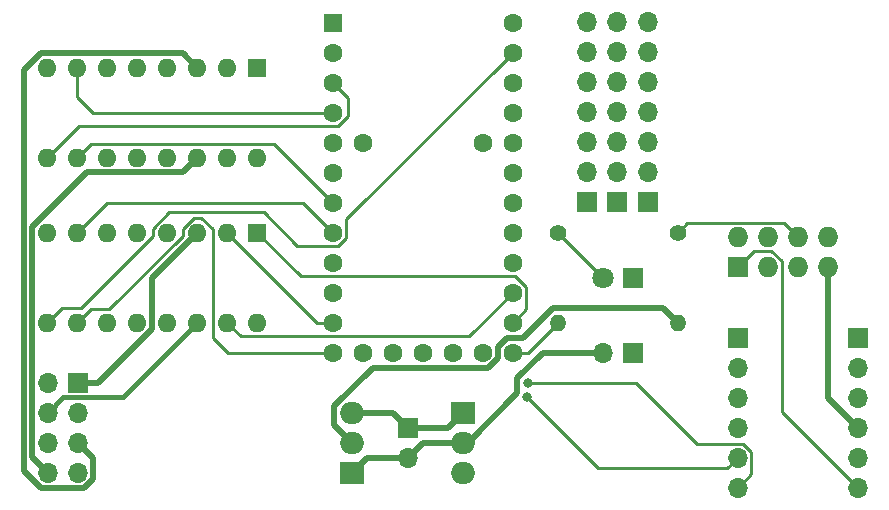
<source format=gbr>
%TF.GenerationSoftware,KiCad,Pcbnew,(6.0.4)*%
%TF.CreationDate,2022-09-19T19:44:15-05:00*%
%TF.ProjectId,WaterGame,57617465-7247-4616-9d65-2e6b69636164,rev?*%
%TF.SameCoordinates,PX49e1930PY59a0560*%
%TF.FileFunction,Copper,L2,Bot*%
%TF.FilePolarity,Positive*%
%FSLAX46Y46*%
G04 Gerber Fmt 4.6, Leading zero omitted, Abs format (unit mm)*
G04 Created by KiCad (PCBNEW (6.0.4)) date 2022-09-19 19:44:15*
%MOMM*%
%LPD*%
G01*
G04 APERTURE LIST*
%TA.AperFunction,ComponentPad*%
%ADD10C,1.400000*%
%TD*%
%TA.AperFunction,ComponentPad*%
%ADD11O,1.400000X1.400000*%
%TD*%
%TA.AperFunction,ComponentPad*%
%ADD12R,1.800000X1.800000*%
%TD*%
%TA.AperFunction,ComponentPad*%
%ADD13C,1.800000*%
%TD*%
%TA.AperFunction,ComponentPad*%
%ADD14R,1.700000X1.700000*%
%TD*%
%TA.AperFunction,ComponentPad*%
%ADD15O,1.700000X1.700000*%
%TD*%
%TA.AperFunction,ComponentPad*%
%ADD16R,1.600000X1.600000*%
%TD*%
%TA.AperFunction,ComponentPad*%
%ADD17O,1.600000X1.600000*%
%TD*%
%TA.AperFunction,ComponentPad*%
%ADD18R,1.727200X1.727200*%
%TD*%
%TA.AperFunction,ComponentPad*%
%ADD19O,1.727200X1.727200*%
%TD*%
%TA.AperFunction,ComponentPad*%
%ADD20C,1.600000*%
%TD*%
%TA.AperFunction,ComponentPad*%
%ADD21R,2.000000X1.905000*%
%TD*%
%TA.AperFunction,ComponentPad*%
%ADD22O,2.000000X1.905000*%
%TD*%
%TA.AperFunction,ViaPad*%
%ADD23C,0.800000*%
%TD*%
%TA.AperFunction,Conductor*%
%ADD24C,0.250000*%
%TD*%
%TA.AperFunction,Conductor*%
%ADD25C,0.500000*%
%TD*%
%TA.AperFunction,Conductor*%
%ADD26C,0.400000*%
%TD*%
G04 APERTURE END LIST*
D10*
%TO.P,R2,1*%
%TO.N,Net-(R2-Pad1)*%
X46990000Y25400000D03*
D11*
%TO.P,R2,2*%
%TO.N,Net-(U3-Pad18)*%
X46990000Y17780000D03*
%TD*%
D12*
%TO.P,D1,1,K*%
%TO.N,Net-(J1C1-Pad7)*%
X53340000Y21590000D03*
D13*
%TO.P,D1,2,A*%
%TO.N,Net-(R2-Pad1)*%
X50800000Y21590000D03*
%TD*%
D14*
%TO.P,J4,1,Pin_1*%
%TO.N,Net-(J4-Pad1)*%
X53340000Y15240000D03*
D15*
%TO.P,J4,2,Pin_2*%
%TO.N,Net-(J1C1-Pad7)*%
X50800000Y15240000D03*
%TD*%
D14*
%TO.P,J1B1,1,Pin_1*%
%TO.N,Net-(J1B1-Pad1)*%
X52045000Y27960000D03*
D15*
%TO.P,J1B1,2,Pin_2*%
X52045000Y30500000D03*
%TO.P,J1B1,3,Pin_3*%
X52045000Y33040000D03*
%TO.P,J1B1,4,Pin_4*%
X52045000Y35580000D03*
%TO.P,J1B1,5,Pin_5*%
X52045000Y38120000D03*
%TO.P,J1B1,6,Pin_6*%
X52045000Y40660000D03*
%TO.P,J1B1,7,Pin_7*%
X52045000Y43200000D03*
%TD*%
D14*
%TO.P,J3,1,Pin_1*%
%TO.N,Net-(J3-Pad1)*%
X34290000Y8890000D03*
D15*
%TO.P,J3,2,Pin_2*%
%TO.N,Net-(J1C1-Pad7)*%
X34290000Y6350000D03*
%TD*%
D14*
%TO.P,J2,1,Pin_1*%
%TO.N,Net-(U6-Pad3)*%
X6370000Y12700000D03*
D15*
%TO.P,J2,2,Pin_2*%
%TO.N,Net-(U6-Pad6)*%
X3830000Y12700000D03*
%TO.P,J2,3,Pin_3*%
%TO.N,Net-(U6-Pad11)*%
X6370000Y10160000D03*
%TO.P,J2,4,Pin_4*%
%TO.N,Net-(U6-Pad14)*%
X3830000Y10160000D03*
%TO.P,J2,5,Pin_5*%
%TO.N,Net-(J2-Pad5)*%
X6370000Y7620000D03*
%TO.P,J2,6,Pin_6*%
%TO.N,Net-(U5-Pad6)*%
X3830000Y7620000D03*
%TO.P,J2,7,Pin_7*%
%TO.N,Net-(J2-Pad7)*%
X6370000Y5080000D03*
%TO.P,J2,8,Pin_8*%
%TO.N,Net-(J2-Pad8)*%
X3830000Y5080000D03*
%TD*%
D14*
%TO.P,J5A2,1,Pin_1*%
%TO.N,unconnected-(J5A2-Pad1)*%
X72415000Y16485000D03*
D15*
%TO.P,J5A2,2,Pin_2*%
%TO.N,unconnected-(J5A2-Pad2)*%
X72415000Y13945000D03*
%TO.P,J5A2,3,Pin_3*%
%TO.N,Net-(J1C1-Pad7)*%
X72415000Y11405000D03*
%TO.P,J5A2,4,Pin_4*%
%TO.N,Net-(J5A2-Pad4)*%
X72415000Y8865000D03*
%TO.P,J5A2,5,Pin_5*%
%TO.N,Net-(J5A2-Pad5)*%
X72415000Y6325000D03*
%TO.P,J5A2,6,Pin_6*%
%TO.N,Net-(J5A2-Pad6)*%
X72415000Y3785000D03*
%TD*%
D14*
%TO.P,J1C1,1,Pin_1*%
%TO.N,Net-(J1C1-Pad7)*%
X54610000Y27960000D03*
D15*
%TO.P,J1C1,2,Pin_2*%
X54610000Y30500000D03*
%TO.P,J1C1,3,Pin_3*%
X54610000Y33040000D03*
%TO.P,J1C1,4,Pin_4*%
X54610000Y35580000D03*
%TO.P,J1C1,5,Pin_5*%
X54610000Y38120000D03*
%TO.P,J1C1,6,Pin_6*%
X54610000Y40660000D03*
%TO.P,J1C1,7,Pin_7*%
X54610000Y43200000D03*
%TD*%
D14*
%TO.P,J5A1,1,Pin_1*%
%TO.N,unconnected-(J5A1-Pad1)*%
X62230000Y16510000D03*
D15*
%TO.P,J5A1,2,Pin_2*%
%TO.N,unconnected-(J5A1-Pad2)*%
X62230000Y13970000D03*
%TO.P,J5A1,3,Pin_3*%
%TO.N,Net-(J1C1-Pad7)*%
X62230000Y11430000D03*
%TO.P,J5A1,4,Pin_4*%
%TO.N,Net-(J1B1-Pad1)*%
X62230000Y8890000D03*
%TO.P,J5A1,5,Pin_5*%
%TO.N,Net-(J5A1-Pad5)*%
X62230000Y6350000D03*
%TO.P,J5A1,6,Pin_6*%
%TO.N,Net-(J5A1-Pad6)*%
X62230000Y3810000D03*
%TD*%
D10*
%TO.P,R1,1*%
%TO.N,Net-(J4-Pad1)*%
X57150000Y25400000D03*
D11*
%TO.P,R1,2*%
%TO.N,Net-(J5A2-Pad4)*%
X57150000Y17780000D03*
%TD*%
D15*
%TO.P,J1A1,7,Pin_7*%
%TO.N,Net-(J1A1-Pad7)*%
X49505000Y43200000D03*
%TO.P,J1A1,6,Pin_6*%
%TO.N,Net-(J1A1-Pad6)*%
X49505000Y40660000D03*
%TO.P,J1A1,5,Pin_5*%
%TO.N,Net-(J1A1-Pad5)*%
X49505000Y38120000D03*
%TO.P,J1A1,4,Pin_4*%
%TO.N,Net-(J1A1-Pad4)*%
X49505000Y35580000D03*
%TO.P,J1A1,3,Pin_3*%
%TO.N,Net-(J1A1-Pad3)*%
X49505000Y33040000D03*
%TO.P,J1A1,2,Pin_2*%
%TO.N,Net-(J1A1-Pad2)*%
X49505000Y30500000D03*
D14*
%TO.P,J1A1,1,Pin_1*%
%TO.N,Net-(J1A1-Pad1)*%
X49505000Y27960000D03*
%TD*%
D16*
%TO.P,U5,1,EN1\u002C2*%
%TO.N,Net-(U3-Pad2)*%
X21575000Y39360000D03*
D17*
%TO.P,U5,2,1A*%
%TO.N,Net-(U3-Pad6)*%
X19035000Y39360000D03*
%TO.P,U5,3,1Y*%
%TO.N,Net-(J2-Pad5)*%
X16495000Y39360000D03*
%TO.P,U5,4,GND*%
%TO.N,Net-(J1C1-Pad7)*%
X13955000Y39360000D03*
%TO.P,U5,5,GND*%
X11415000Y39360000D03*
%TO.P,U5,6,2Y*%
%TO.N,Net-(U5-Pad6)*%
X8875000Y39360000D03*
%TO.P,U5,7,2A*%
%TO.N,Net-(U3-Pad4)*%
X6335000Y39360000D03*
%TO.P,U5,8,VCC2*%
%TO.N,Net-(J3-Pad1)*%
X3795000Y39360000D03*
%TO.P,U5,9,EN3\u002C4*%
%TO.N,Net-(U3-Pad3)*%
X3795000Y31740000D03*
%TO.P,U5,10,3A*%
%TO.N,Net-(U3-Pad7)*%
X6335000Y31740000D03*
%TO.P,U5,11,3Y*%
%TO.N,Net-(J2-Pad7)*%
X8875000Y31740000D03*
%TO.P,U5,12,GND*%
%TO.N,Net-(J1C1-Pad7)*%
X11415000Y31740000D03*
%TO.P,U5,13,GND*%
X13955000Y31740000D03*
%TO.P,U5,14,4Y*%
%TO.N,Net-(J2-Pad8)*%
X16495000Y31740000D03*
%TO.P,U5,15,4A*%
%TO.N,Net-(U3-Pad5)*%
X19035000Y31740000D03*
%TO.P,U5,16,VCC1*%
%TO.N,Net-(J1B1-Pad1)*%
X21575000Y31740000D03*
%TD*%
D18*
%TO.P,U4,1,UTXD*%
%TO.N,Net-(J5A2-Pad6)*%
X62240000Y22479000D03*
D19*
%TO.P,U4,2,GND*%
%TO.N,Net-(J1C1-Pad7)*%
X62240000Y25019000D03*
%TO.P,U4,3,CH_PD*%
%TO.N,Net-(J5A2-Pad4)*%
X64780000Y22479000D03*
%TO.P,U4,4,GPIO2*%
%TO.N,unconnected-(U4-Pad4)*%
X64780000Y25019000D03*
%TO.P,U4,5,RST*%
%TO.N,Net-(J5A2-Pad4)*%
X67320000Y22479000D03*
%TO.P,U4,6,GPIO0*%
%TO.N,Net-(J4-Pad1)*%
X67320000Y25019000D03*
%TO.P,U4,7,VCC*%
%TO.N,Net-(J5A2-Pad4)*%
X69860000Y22479000D03*
%TO.P,U4,8,URXD*%
%TO.N,Net-(J5A2-Pad5)*%
X69860000Y25019000D03*
%TD*%
D16*
%TO.P,U3,1,GND*%
%TO.N,Net-(J1C1-Pad7)*%
X27940000Y43180000D03*
D20*
%TO.P,U3,2,0*%
%TO.N,Net-(U3-Pad2)*%
X27940000Y40640000D03*
%TO.P,U3,3,1*%
%TO.N,Net-(U3-Pad3)*%
X27940000Y38100000D03*
%TO.P,U3,4,2*%
%TO.N,Net-(U3-Pad4)*%
X27940000Y35560000D03*
%TO.P,U3,5,3*%
%TO.N,Net-(U3-Pad5)*%
X27940000Y33020000D03*
%TO.P,U3,6,4_PWM*%
%TO.N,Net-(U3-Pad6)*%
X27940000Y30480000D03*
%TO.P,U3,7,5_INT0_PWM*%
%TO.N,Net-(U3-Pad7)*%
X27940000Y27940000D03*
%TO.P,U3,8,6_INT1*%
%TO.N,Net-(U3-Pad8)*%
X27940000Y25400000D03*
%TO.P,U3,9,7_INT2_RX*%
%TO.N,Net-(J5A1-Pad6)*%
X27940000Y22860000D03*
%TO.P,U3,10,8_INT3_TX*%
%TO.N,Net-(J5A1-Pad5)*%
X27940000Y20320000D03*
%TO.P,U3,11,9_PWM*%
%TO.N,Net-(U3-Pad11)*%
X27940000Y17780000D03*
%TO.P,U3,12,10_PWM*%
%TO.N,Net-(U3-Pad12)*%
X27940000Y15240000D03*
%TO.P,U3,13,23*%
%TO.N,unconnected-(U3-Pad13)*%
X30480000Y15240000D03*
%TO.P,U3,14,+5V*%
%TO.N,unconnected-(U3-Pad14)*%
X33020000Y15240000D03*
%TO.P,U3,15,GND*%
%TO.N,unconnected-(U3-Pad15)*%
X35560000Y15240000D03*
%TO.P,U3,16,RST*%
%TO.N,unconnected-(U3-Pad16)*%
X38100000Y15240000D03*
%TO.P,U3,17,22_A11*%
%TO.N,unconnected-(U3-Pad17)*%
X40640000Y15240000D03*
%TO.P,U3,18,11_A10_LED*%
%TO.N,Net-(U3-Pad18)*%
X43180000Y15240000D03*
%TO.P,U3,19,12_A9_PWM*%
%TO.N,Net-(U3-Pad19)*%
X43180000Y17780000D03*
%TO.P,U3,20,13_A8*%
%TO.N,Net-(U3-Pad20)*%
X43180000Y20320000D03*
%TO.P,U3,21,14_A7_PWM*%
%TO.N,Net-(J1A1-Pad1)*%
X43180000Y22860000D03*
%TO.P,U3,22,15_A6_PWM*%
%TO.N,Net-(J1A1-Pad2)*%
X43180000Y25400000D03*
%TO.P,U3,23,16_A5*%
%TO.N,Net-(J1A1-Pad3)*%
X43180000Y27940000D03*
%TO.P,U3,24,17_A4*%
%TO.N,Net-(J1A1-Pad4)*%
X43180000Y30480000D03*
%TO.P,U3,25,18_A3*%
%TO.N,Net-(J1A1-Pad5)*%
X43180000Y33020000D03*
%TO.P,U3,26,19_A2*%
%TO.N,Net-(J1A1-Pad6)*%
X43180000Y35560000D03*
%TO.P,U3,27,20_A1*%
%TO.N,Net-(J1A1-Pad7)*%
X43180000Y38100000D03*
%TO.P,U3,28,21_A0*%
%TO.N,Net-(U3-Pad28)*%
X43180000Y40640000D03*
%TO.P,U3,29,+5V*%
%TO.N,Net-(J1B1-Pad1)*%
X43180000Y43180000D03*
%TO.P,U3,30,24*%
%TO.N,unconnected-(U3-Pad30)*%
X30480000Y33020000D03*
%TO.P,U3,31,AREF*%
%TO.N,unconnected-(U3-Pad31)*%
X40640000Y33020000D03*
%TD*%
D21*
%TO.P,U1,1,VI*%
%TO.N,Net-(J3-Pad1)*%
X39030000Y10160000D03*
D22*
%TO.P,U1,2,GND*%
%TO.N,Net-(J1C1-Pad7)*%
X39030000Y7620000D03*
%TO.P,U1,3,VO*%
%TO.N,Net-(J1B1-Pad1)*%
X39030000Y5080000D03*
%TD*%
D16*
%TO.P,U6,1,EN1\u002C2*%
%TO.N,Net-(U3-Pad19)*%
X21575000Y25400000D03*
D17*
%TO.P,U6,2,1A*%
%TO.N,Net-(U3-Pad11)*%
X19035000Y25400000D03*
%TO.P,U6,3,1Y*%
%TO.N,Net-(U6-Pad3)*%
X16495000Y25400000D03*
%TO.P,U6,4,GND*%
%TO.N,Net-(J1C1-Pad7)*%
X13955000Y25400000D03*
%TO.P,U6,5,GND*%
X11415000Y25400000D03*
%TO.P,U6,6,2Y*%
%TO.N,Net-(U6-Pad6)*%
X8875000Y25400000D03*
%TO.P,U6,7,2A*%
%TO.N,Net-(U3-Pad8)*%
X6335000Y25400000D03*
%TO.P,U6,8,VCC2*%
%TO.N,Net-(J3-Pad1)*%
X3795000Y25400000D03*
%TO.P,U6,9,EN3\u002C4*%
%TO.N,Net-(U3-Pad28)*%
X3795000Y17780000D03*
%TO.P,U6,10,3A*%
%TO.N,Net-(U3-Pad12)*%
X6335000Y17780000D03*
%TO.P,U6,11,3Y*%
%TO.N,Net-(U6-Pad11)*%
X8875000Y17780000D03*
%TO.P,U6,12,GND*%
%TO.N,Net-(J1C1-Pad7)*%
X11415000Y17780000D03*
%TO.P,U6,13,GND*%
X13955000Y17780000D03*
%TO.P,U6,14,4Y*%
%TO.N,Net-(U6-Pad14)*%
X16495000Y17780000D03*
%TO.P,U6,15,4A*%
%TO.N,Net-(U3-Pad20)*%
X19035000Y17780000D03*
%TO.P,U6,16,VCC1*%
%TO.N,Net-(J1B1-Pad1)*%
X21575000Y17780000D03*
%TD*%
D21*
%TO.P,U2,1,VI*%
%TO.N,Net-(J1C1-Pad7)*%
X29550000Y5080000D03*
D22*
%TO.P,U2,2,GND*%
%TO.N,Net-(J5A2-Pad4)*%
X29550000Y7620000D03*
%TO.P,U2,3,VO*%
%TO.N,Net-(J3-Pad1)*%
X29550000Y10160000D03*
%TD*%
D23*
%TO.N,Net-(J5A1-Pad5)*%
X44402701Y11477299D03*
%TO.N,Net-(J5A1-Pad6)*%
X44450000Y12700000D03*
%TD*%
D24*
%TO.N,Net-(J4-Pad1)*%
X57957111Y26207111D02*
X66131889Y26207111D01*
X57150000Y25400000D02*
X57957111Y26207111D01*
X66131889Y26207111D02*
X67320000Y25019000D01*
D25*
%TO.N,Net-(J5A2-Pad4)*%
X55880000Y19050000D02*
X57150000Y17780000D01*
X46634345Y19050000D02*
X55880000Y19050000D01*
X44094345Y16510000D02*
X46634345Y19050000D01*
X42682924Y16510000D02*
X44094345Y16510000D01*
X41910000Y15737076D02*
X42682924Y16510000D01*
X41910000Y14742924D02*
X41910000Y15737076D01*
X41137076Y13970000D02*
X41910000Y14742924D01*
X31329745Y13970000D02*
X41137076Y13970000D01*
X28100480Y10740735D02*
X31329745Y13970000D01*
X28100480Y9069520D02*
X28100480Y10740735D01*
X29550000Y7620000D02*
X28100480Y9069520D01*
D24*
%TO.N,Net-(R2-Pad1)*%
X46990000Y25400000D02*
X50800000Y21590000D01*
%TO.N,Net-(U3-Pad18)*%
X44450000Y15240000D02*
X46990000Y17780000D01*
X43180000Y15240000D02*
X44450000Y15240000D01*
D25*
%TO.N,Net-(J1C1-Pad7)*%
X35560000Y7620000D02*
X39030000Y7620000D01*
X43553190Y13073190D02*
X45720000Y15240000D01*
X39370000Y7620000D02*
X43553190Y11803190D01*
X45720000Y15240000D02*
X50800000Y15240000D01*
X30820000Y6350000D02*
X29550000Y5080000D01*
X34290000Y6350000D02*
X30820000Y6350000D01*
X34290000Y6350000D02*
X35560000Y7620000D01*
X43553190Y11803190D02*
X43553190Y13073190D01*
X39030000Y7620000D02*
X39370000Y7620000D01*
%TO.N,Net-(J2-Pad5)*%
X6370000Y7620000D02*
X7669511Y6320489D01*
X1830970Y5241243D02*
X1830970Y39163046D01*
X6908276Y3780489D02*
X3291724Y3780489D01*
X1830970Y39163046D02*
X3277435Y40609511D01*
X3277435Y40609511D02*
X15245489Y40609511D01*
X7669511Y4541724D02*
X6908276Y3780489D01*
X3291724Y3780489D02*
X1830970Y5241243D01*
X7669511Y6320489D02*
X7669511Y4541724D01*
X15245489Y40609511D02*
X16495000Y39360000D01*
%TO.N,Net-(J2-Pad8)*%
X2530489Y25902565D02*
X7118413Y30490489D01*
X3830000Y5080000D02*
X2530489Y6379511D01*
X15245489Y30490489D02*
X16495000Y31740000D01*
X2530489Y6379511D02*
X2530489Y25902565D01*
X7118413Y30490489D02*
X15245489Y30490489D01*
%TO.N,Net-(J3-Pad1)*%
X29550000Y10160000D02*
X33020000Y10160000D01*
X33020000Y10160000D02*
X34290000Y8890000D01*
X37760000Y8890000D02*
X39030000Y10160000D01*
X34290000Y8890000D02*
X37760000Y8890000D01*
D24*
%TO.N,Net-(J5A1-Pad5)*%
X50384521Y5495479D02*
X61375479Y5495479D01*
X44402701Y11477299D02*
X50384521Y5495479D01*
X61375479Y5495479D02*
X62230000Y6350000D01*
%TO.N,Net-(J5A1-Pad6)*%
X44450000Y12700000D02*
X53614527Y12700000D01*
X62716499Y7524511D02*
X63404511Y6836499D01*
X53614527Y12700000D02*
X58790016Y7524511D01*
X63404511Y6836499D02*
X63404511Y4984511D01*
X63404511Y4984511D02*
X62230000Y3810000D01*
X58790016Y7524511D02*
X62716499Y7524511D01*
D25*
%TO.N,Net-(J5A2-Pad4)*%
X69860000Y22479000D02*
X69860000Y11420000D01*
X69860000Y11420000D02*
X72415000Y8865000D01*
D24*
%TO.N,Net-(J5A2-Pad6)*%
X65968111Y10231889D02*
X65968111Y22971133D01*
X65968111Y22971133D02*
X65108355Y23830889D01*
X72415000Y3785000D02*
X65968111Y10231889D01*
X63591889Y23830889D02*
X62240000Y22479000D01*
X65108355Y23830889D02*
X63591889Y23830889D01*
%TO.N,Net-(U3-Pad3)*%
X28405789Y34435489D02*
X29210000Y35239700D01*
X29210000Y35239700D02*
X29210000Y36830000D01*
X3795000Y31740000D02*
X6490489Y34435489D01*
X6490489Y34435489D02*
X28405789Y34435489D01*
X29210000Y36830000D02*
X27940000Y38100000D01*
%TO.N,Net-(U3-Pad4)*%
X27940000Y35560000D02*
X7620000Y35560000D01*
X6335000Y36845000D02*
X6335000Y39360000D01*
X7620000Y35560000D02*
X6335000Y36845000D01*
%TO.N,Net-(U3-Pad7)*%
X7459511Y32864511D02*
X23015489Y32864511D01*
X23015489Y32864511D02*
X27940000Y27940000D01*
X6335000Y31740000D02*
X7459511Y32864511D01*
%TO.N,Net-(U3-Pad8)*%
X25400000Y27940000D02*
X8875000Y27940000D01*
X8875000Y27940000D02*
X6335000Y25400000D01*
X27940000Y25400000D02*
X25400000Y27940000D01*
%TO.N,Net-(U3-Pad11)*%
X27940000Y17780000D02*
X26655000Y17780000D01*
X26655000Y17780000D02*
X19035000Y25400000D01*
%TO.N,Net-(U3-Pad12)*%
X17780000Y25705300D02*
X16815300Y26670000D01*
X7459511Y18904511D02*
X6335000Y17780000D01*
X17780000Y16510000D02*
X17780000Y25705300D01*
X15240000Y25735300D02*
X15240000Y25094700D01*
X16174700Y26670000D02*
X15240000Y25735300D01*
X27940000Y15240000D02*
X19050000Y15240000D01*
X9049811Y18904511D02*
X7459511Y18904511D01*
X16815300Y26670000D02*
X16174700Y26670000D01*
X19050000Y15240000D02*
X17780000Y16510000D01*
X15240000Y25094700D02*
X9049811Y18904511D01*
%TO.N,Net-(U3-Pad19)*%
X44304511Y20785789D02*
X43354811Y21735489D01*
X43354811Y21735489D02*
X25239511Y21735489D01*
X43180000Y17780000D02*
X44304511Y18904511D01*
X25239511Y21735489D02*
X21575000Y25400000D01*
X44304511Y18904511D02*
X44304511Y20785789D01*
%TO.N,Net-(U3-Pad20)*%
X20159511Y16655489D02*
X39515489Y16655489D01*
X19035000Y17780000D02*
X20159511Y16655489D01*
X39515489Y16655489D02*
X43180000Y20320000D01*
%TO.N,Net-(U3-Pad28)*%
X5065000Y19050000D02*
X3795000Y17780000D01*
X22104502Y27119520D02*
X14084220Y27119520D01*
X29064511Y24934211D02*
X28405789Y24275489D01*
X43180000Y40640000D02*
X29064511Y26524511D01*
X12700000Y25094700D02*
X6655300Y19050000D01*
X12700000Y25735300D02*
X12700000Y25094700D01*
X6655300Y19050000D02*
X5065000Y19050000D01*
X29064511Y26524511D02*
X29064511Y24934211D01*
X24948533Y24275489D02*
X22104502Y27119520D01*
X14084220Y27119520D02*
X12700000Y25735300D01*
X28405789Y24275489D02*
X24948533Y24275489D01*
D25*
%TO.N,Net-(U6-Pad3)*%
X8102076Y12700000D02*
X6370000Y12700000D01*
X16495000Y25400000D02*
X12664511Y21569511D01*
X12664511Y17262435D02*
X8102076Y12700000D01*
X12664511Y21569511D02*
X12664511Y17262435D01*
D26*
%TO.N,Net-(U6-Pad14)*%
X3830000Y10160000D02*
X5120489Y11450489D01*
X5120489Y11450489D02*
X10165489Y11450489D01*
X10165489Y11450489D02*
X16495000Y17780000D01*
%TD*%
M02*

</source>
